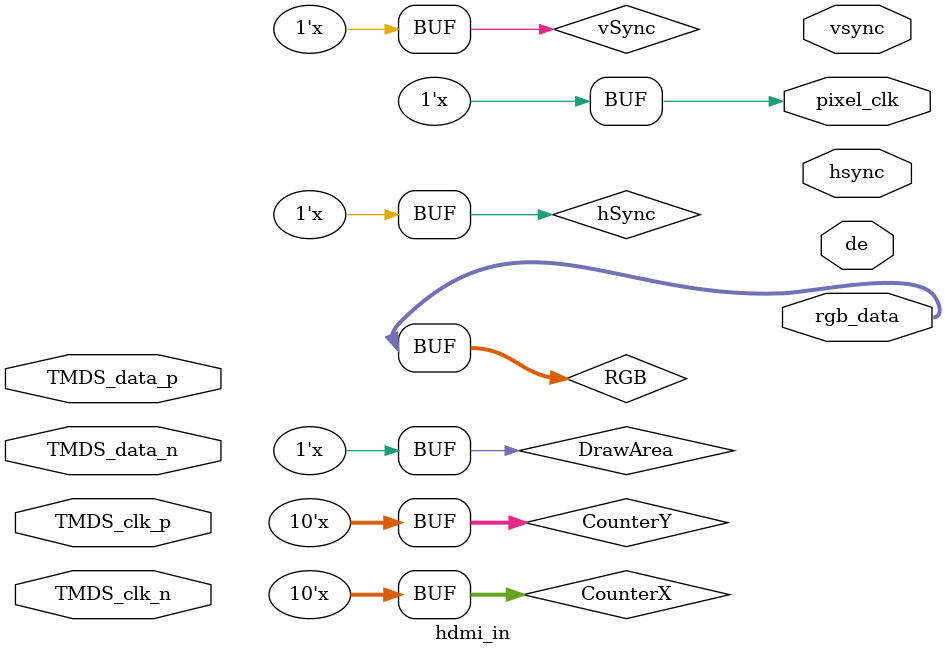
<source format=v>
module hdmi_in
(
    input TMDS_clk_p,
    input TMDS_clk_n,
    input [2:0] TMDS_data_n,
    input [2:0] TMDS_data_p,
    output hsync,
    output vsync,
    output de,
    output [23:0]rgb_data,
    output reg pixel_clk
); 

reg [23:0]RGB;

reg [9:0] CounterX;  // counts from 0 to 2199
always @(TMDS_clk_p)
begin
    CounterX <= (CounterX==2199) ? 0 : CounterX+1;
end

reg [9:0] CounterY;  // counts from 0 to 1124
always @(TMDS_clk_p)
begin
    if(CounterX==2199) 
        CounterY <= (CounterY==1124) ? 0 : CounterY+1;
end

wire hSync = (CounterX>=1920+88) && (CounterX<2200-148); // base width + front porch; total width - back porch
wire vSync = (CounterY>=1080+4) && (CounterY<1125-36); // base height + front porch; total height - back porch
wire DrawArea = (CounterX<1920) && (CounterY<1080);


reg counter = 4'h0;
//wire r_counter, g_counter, b_counter;
always @(TMDS_clk_p)
begin
    if (DrawArea)
    begin
    
//        RGB[counter] <= TMDS_data_p[0]; 
//        RGB[counter + 8] <= TMDS_data_p[1]; 
//        RGB[counter + 16] <= TMDS_data_p[2];
        
        if (counter < 8) counter <= counter + 1;
        else if (counter == 'h4) pixel_clk <= ~pixel_clk;
        else
        begin
            counter <= 0;
            pixel_clk <= ~ pixel_clk;
        end
    end
end

assign rgb_data = RGB;

endmodule

</source>
